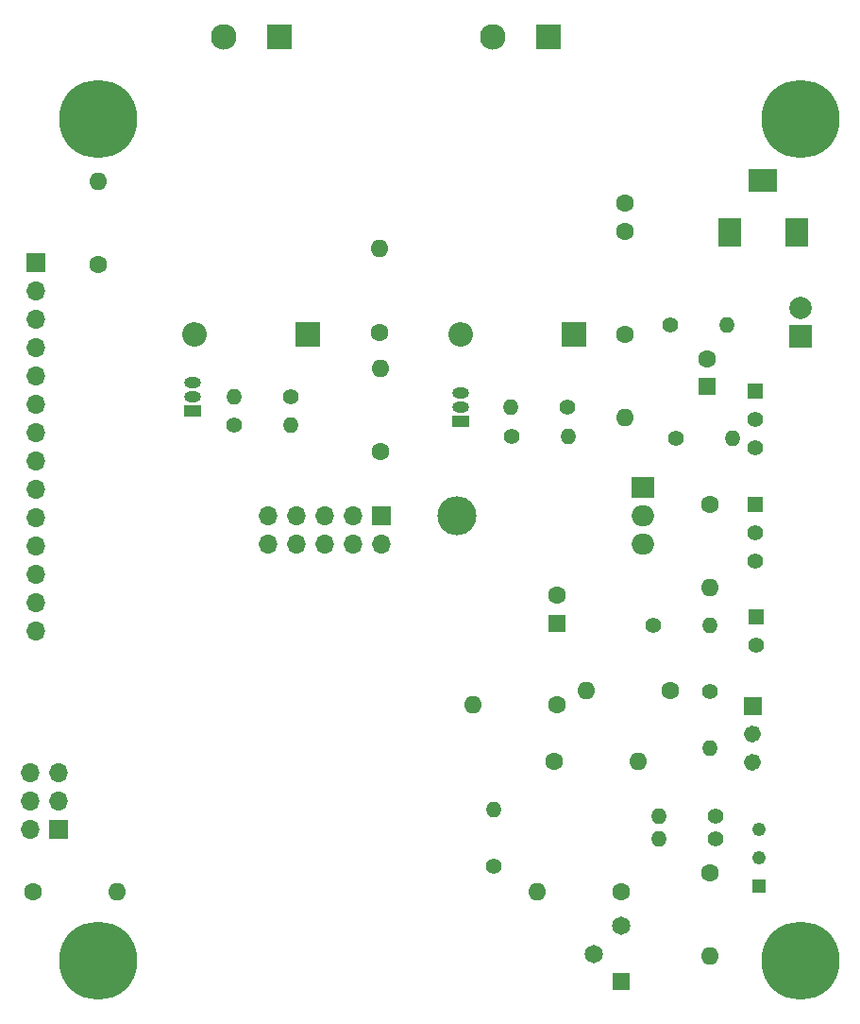
<source format=gbr>
%TF.GenerationSoftware,KiCad,Pcbnew,(6.0.2)*%
%TF.CreationDate,2022-03-14T20:10:21-04:00*%
%TF.ProjectId,Sedna_Hardware,5365646e-615f-4486-9172-64776172652e,1*%
%TF.SameCoordinates,Original*%
%TF.FileFunction,Soldermask,Bot*%
%TF.FilePolarity,Negative*%
%FSLAX46Y46*%
G04 Gerber Fmt 4.6, Leading zero omitted, Abs format (unit mm)*
G04 Created by KiCad (PCBNEW (6.0.2)) date 2022-03-14 20:10:21*
%MOMM*%
%LPD*%
G01*
G04 APERTURE LIST*
%ADD10C,0.796200*%
%ADD11C,0.010000*%
%ADD12R,1.240000X1.240000*%
%ADD13C,1.240000*%
%ADD14C,1.600000*%
%ADD15O,1.600000X1.600000*%
%ADD16R,1.398000X1.398000*%
%ADD17C,1.398000*%
%ADD18R,1.600000X1.600000*%
%ADD19C,1.400000*%
%ADD20O,1.400000X1.400000*%
%ADD21C,7.000000*%
%ADD22R,2.200000X2.200000*%
%ADD23O,2.200000X2.200000*%
%ADD24R,2.000000X2.000000*%
%ADD25C,2.000000*%
%ADD26R,2.300000X2.300000*%
%ADD27C,2.300000*%
%ADD28R,1.700000X1.700000*%
%ADD29O,1.700000X1.700000*%
%ADD30R,1.650000X1.650000*%
%ADD31C,1.650000*%
%ADD32R,2.000000X2.600000*%
%ADD33R,2.600000X2.000000*%
%ADD34R,1.500000X1.000000*%
%ADD35O,1.500000X1.000000*%
%ADD36O,3.500000X3.500000*%
%ADD37R,2.000000X1.905000*%
%ADD38O,2.000000X1.905000*%
G04 APERTURE END LIST*
D10*
%TO.C,J10*%
X174901500Y-122200200D02*
G75*
G03*
X174901500Y-122200200I-398100J0D01*
G01*
X174901500Y-124740200D02*
G75*
G03*
X174901500Y-124740200I-398100J0D01*
G01*
D11*
X173707200Y-120456400D02*
X173707200Y-118864000D01*
X173707200Y-118864000D02*
X175299600Y-118864000D01*
X175299600Y-118864000D02*
X175299600Y-120456400D01*
X175299600Y-120456400D02*
X173707200Y-120456400D01*
G36*
X175299600Y-120456400D02*
G01*
X173707200Y-120456400D01*
X173707200Y-118864000D01*
X175299600Y-118864000D01*
X175299600Y-120456400D01*
G37*
X175299600Y-120456400D02*
X173707200Y-120456400D01*
X173707200Y-118864000D01*
X175299600Y-118864000D01*
X175299600Y-120456400D01*
%TD*%
D12*
%TO.C,J6*%
X175075000Y-135856500D03*
D13*
X175075000Y-133316500D03*
X175075000Y-130776500D03*
%TD*%
D14*
%TO.C,C5*%
X163048000Y-86370000D03*
D15*
X163048000Y-93870000D03*
%TD*%
D16*
%TO.C,J9*%
X174780500Y-91440000D03*
D17*
X174780500Y-93980000D03*
X174780500Y-96520000D03*
%TD*%
D18*
%TO.C,C2*%
X156977000Y-112268000D03*
D14*
X156977000Y-109768000D03*
%TD*%
D19*
%TO.C,R3*%
X128021000Y-94488000D03*
D20*
X133101000Y-94488000D03*
%TD*%
D14*
%TO.C,C7*%
X141125000Y-96925000D03*
D15*
X141125000Y-89425000D03*
%TD*%
D21*
%TO.C,H3*%
X178821000Y-142511755D03*
%TD*%
D19*
%TO.C,R7*%
X151300000Y-134090000D03*
D20*
X151300000Y-129010000D03*
%TD*%
D14*
%TO.C,C6*%
X141050000Y-86225000D03*
D15*
X141050000Y-78725000D03*
%TD*%
D14*
%TO.C,C10*%
X170668000Y-134630000D03*
D15*
X170668000Y-142130000D03*
%TD*%
D21*
%TO.C,H4*%
X115829000Y-142511762D03*
%TD*%
D14*
%TO.C,C1*%
X163048000Y-77146000D03*
X163048000Y-74646000D03*
%TD*%
D22*
%TO.C,D3*%
X134657004Y-86360000D03*
D23*
X124497004Y-86360000D03*
%TD*%
D22*
%TO.C,D2*%
X158501000Y-86360000D03*
D23*
X148341000Y-86360000D03*
%TD*%
D19*
%TO.C,R8*%
X171176000Y-131572000D03*
D20*
X166096000Y-131572000D03*
%TD*%
D14*
%TO.C,C4*%
X167125000Y-118325000D03*
D15*
X159625000Y-118325000D03*
%TD*%
D24*
%TO.C,D1*%
X178796000Y-86564000D03*
D25*
X178796000Y-84024000D03*
%TD*%
D21*
%TO.C,H1*%
X115829000Y-67056000D03*
%TD*%
D19*
%TO.C,R11*%
X165588000Y-112472000D03*
D20*
X170668000Y-112472000D03*
%TD*%
D14*
%TO.C,C9*%
X110022000Y-136348000D03*
D15*
X117522000Y-136348000D03*
%TD*%
D16*
%TO.C,J5*%
X174780500Y-101600000D03*
D17*
X174780500Y-104140000D03*
X174780500Y-106680000D03*
%TD*%
D26*
%TO.C,J8*%
X132050003Y-59700008D03*
D27*
X127050003Y-59700008D03*
%TD*%
D16*
%TO.C,J11*%
X174807500Y-111710000D03*
D17*
X174807500Y-114250000D03*
%TD*%
D19*
%TO.C,R10*%
X170668000Y-118364000D03*
D20*
X170668000Y-123444000D03*
%TD*%
D19*
%TO.C,R1*%
X167112000Y-85548000D03*
D20*
X172192000Y-85548000D03*
%TD*%
D28*
%TO.C,J4*%
X112248000Y-130760000D03*
D29*
X109708000Y-130760000D03*
X112248000Y-128220000D03*
X109708000Y-128220000D03*
X112248000Y-125680000D03*
X109708000Y-125680000D03*
%TD*%
D14*
%TO.C,C3*%
X156937000Y-119584000D03*
D15*
X149437000Y-119584000D03*
%TD*%
D30*
%TO.C,RV1*%
X162733800Y-144410600D03*
D31*
X160233800Y-141910600D03*
X162733800Y-139410600D03*
%TD*%
D18*
%TO.C,C12*%
X170450000Y-91055113D03*
D14*
X170450000Y-88555113D03*
%TD*%
D28*
%TO.C,J2*%
X141224000Y-102616000D03*
D29*
X141224000Y-105156000D03*
X138684000Y-102616000D03*
X138684000Y-105156000D03*
X136144000Y-102616000D03*
X136144000Y-105156000D03*
X133604000Y-102616000D03*
X133604000Y-105156000D03*
X131064000Y-102616000D03*
X131064000Y-105156000D03*
%TD*%
D14*
%TO.C,C14*%
X170668000Y-101610000D03*
D15*
X170668000Y-109110000D03*
%TD*%
D28*
%TO.C,J3*%
X110216000Y-79960000D03*
D29*
X110216000Y-82500000D03*
X110216000Y-85040000D03*
X110216000Y-87580000D03*
X110216000Y-90120000D03*
X110216000Y-92660000D03*
X110216000Y-95200000D03*
X110216000Y-97740000D03*
X110216000Y-100280000D03*
X110216000Y-102820000D03*
X110216000Y-105360000D03*
X110216000Y-107900000D03*
X110216000Y-110440000D03*
X110216000Y-112980000D03*
%TD*%
D32*
%TO.C,J1*%
X172466000Y-77258000D03*
X178466000Y-77258000D03*
D33*
X175466000Y-72558000D03*
%TD*%
D34*
%TO.C,Q1*%
X148375000Y-94170000D03*
D35*
X148375000Y-92900000D03*
X148375000Y-91630000D03*
%TD*%
D19*
%TO.C,R4*%
X157940000Y-92900000D03*
D20*
X152860000Y-92900000D03*
%TD*%
D14*
%TO.C,C11*%
X115804000Y-80154000D03*
D15*
X115804000Y-72654000D03*
%TD*%
D14*
%TO.C,C8*%
X162734000Y-136348000D03*
D15*
X155234000Y-136348000D03*
%TD*%
D14*
%TO.C,C13*%
X156758000Y-124664000D03*
D15*
X164258000Y-124664000D03*
%TD*%
D36*
%TO.C,U1*%
X148023000Y-102616000D03*
D37*
X164683000Y-100076000D03*
D38*
X164683000Y-102616000D03*
X164683000Y-105156000D03*
%TD*%
D21*
%TO.C,H2*%
X178821000Y-67056000D03*
%TD*%
D19*
%TO.C,R5*%
X133101000Y-91948000D03*
D20*
X128021000Y-91948000D03*
%TD*%
D34*
%TO.C,Q2*%
X124332000Y-93218000D03*
D35*
X124332000Y-91948000D03*
X124332000Y-90678000D03*
%TD*%
D19*
%TO.C,R2*%
X152913000Y-95504000D03*
D20*
X157993000Y-95504000D03*
%TD*%
D19*
%TO.C,R9*%
X167620000Y-95708000D03*
D20*
X172700000Y-95708000D03*
%TD*%
D26*
%TO.C,J7*%
X156200000Y-59750000D03*
D27*
X151200000Y-59750000D03*
%TD*%
D19*
%TO.C,R6*%
X171201000Y-129540000D03*
D20*
X166121000Y-129540000D03*
%TD*%
M02*

</source>
